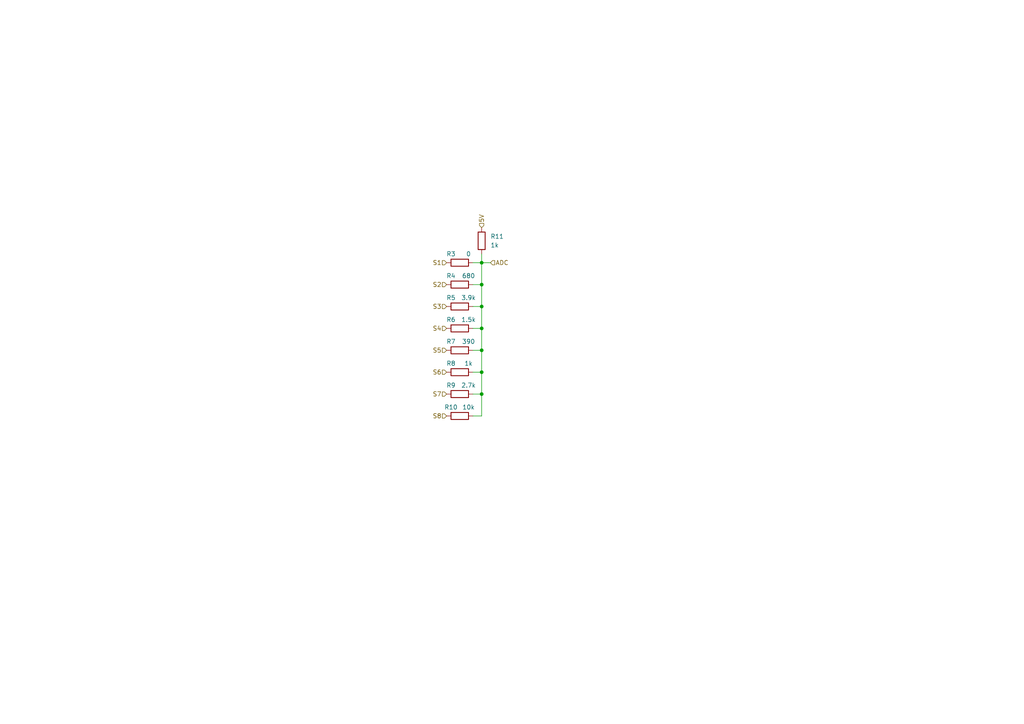
<source format=kicad_sch>
(kicad_sch (version 20231120) (generator "eeschema") (generator_version "8.0")
  (paper "A4")
  (title_block (title "Domoticata wall terminal") (date "2024-07-12") (rev "0.0.1") (company "Davide Scalisi"))
  (lib_symbols
    (symbol "Device:R" (pin_numbers hide) (pin_names (offset 0))
      (property "Reference" "R" (at 2.032 0 90))
      (property "Value" "R" (at 0 0 90))
      (symbol "R_0_1"
        (rectangle (start -1.016 -2.54) (end 1.016 2.54) (stroke (width 0.254)))
      )
      (symbol "R_1_1"
        (pin passive line (at 0 3.81 270) (length 1.27) (name "~") (number "1"))
        (pin passive line (at 0 -3.81 90) (length 1.27) (name "~") (number "2"))
      )
    )
  )
  (junction (at 139.7 107.95))
  (junction (at 139.7 114.3))
  (junction (at 139.7 101.6))
  (junction (at 139.7 76.2))
  (junction (at 139.7 88.9))
  (junction (at 139.7 82.55))
  (junction (at 139.7 95.25))
  (wire (pts (xy 137.16 114.3) (xy 139.7 114.3)))
  (wire (pts (xy 137.16 82.55) (xy 139.7 82.55)))
  (wire (pts (xy 139.7 107.95) (xy 139.7 101.6)))
  (wire (pts (xy 139.7 76.2) (xy 139.7 82.55)))
  (wire (pts (xy 137.16 107.95) (xy 139.7 107.95)))
  (wire (pts (xy 142.24 76.2) (xy 139.7 76.2)))
  (wire (pts (xy 137.16 76.2) (xy 139.7 76.2)))
  (wire (pts (xy 139.7 73.66) (xy 139.7 76.2)))
  (wire (pts (xy 137.16 88.9) (xy 139.7 88.9)))
  (wire (pts (xy 139.7 120.65) (xy 139.7 114.3)))
  (wire (pts (xy 137.16 101.6) (xy 139.7 101.6)))
  (wire (pts (xy 139.7 88.9) (xy 139.7 82.55)))
  (wire (pts (xy 139.7 114.3) (xy 139.7 107.95)))
  (wire (pts (xy 137.16 95.25) (xy 139.7 95.25)))
  (wire (pts (xy 139.7 101.6) (xy 139.7 95.25)))
  (wire (pts (xy 137.16 120.65) (xy 139.7 120.65)))
  (wire (pts (xy 139.7 95.25) (xy 139.7 88.9)))
  (hierarchical_label "ADC" (shape input) (at 142.24 76.2 0))
  (hierarchical_label "S7" (shape input) (at 129.54 114.3 180))
  (hierarchical_label "S4" (shape input) (at 129.54 95.25 180))
  (hierarchical_label "S5" (shape input) (at 129.54 101.6 180))
  (hierarchical_label "S6" (shape input) (at 129.54 107.95 180))
  (hierarchical_label "S3" (shape input) (at 129.54 88.9 180))
  (hierarchical_label "S2" (shape input) (at 129.54 82.55 180))
  (hierarchical_label "5V" (shape input) (at 139.7 66.04 90))
  (hierarchical_label "S8" (shape input) (at 129.54 120.65 180))
  (hierarchical_label "S1" (shape input) (at 129.54 76.2 180))
  (symbol (lib_id "Device:R") (at 139.7 69.85 0) (unit 1)
    (property "Reference" "R11" (at 142.24 68.58 0) (effects (justify left)))
    (property "Value" "1k" (at 142.24 71.1199 0) (effects (justify left)))
    (property "Footprint" "Resistor_THT:R_Axial_DIN0207_L6.3mm_D2.5mm_P2.54mm_Vertical" (effects (hide yes)))
    (property "Description" "Resistor" (effects (hide yes)))
  )
  (symbol (lib_id "Device:R") (at 133.35 95.25 90) (unit 1)
    (property "Reference" "R6" (at 130.81 92.71 90))
    (property "Value" "1.5k" (at 135.89 92.71 90))
    (property "Footprint" "Resistor_THT:R_Axial_DIN0207_L6.3mm_D2.5mm_P2.54mm_Vertical" (effects (hide yes)))
    (property "Description" "Resistor" (effects (hide yes)))
  )
  (symbol (lib_id "Device:R") (at 133.35 101.6 90) (unit 1)
    (property "Reference" "R7" (at 130.81 99.06 90))
    (property "Value" "390" (at 135.89 99.06 90))
    (property "Footprint" "Resistor_THT:R_Axial_DIN0207_L6.3mm_D2.5mm_P2.54mm_Vertical" (effects (hide yes)))
    (property "Description" "Resistor" (effects (hide yes)))
  )
  (symbol (lib_id "Device:R") (at 133.35 82.55 90) (unit 1)
    (property "Reference" "R4" (at 130.81 80.01 90))
    (property "Value" "680" (at 135.89 80.01 90))
    (property "Footprint" "Resistor_THT:R_Axial_DIN0207_L6.3mm_D2.5mm_P2.54mm_Vertical" (effects (hide yes)))
    (property "Description" "Resistor" (effects (hide yes)))
  )
  (symbol (lib_id "Device:R") (at 133.35 88.9 90) (unit 1)
    (property "Reference" "R5" (at 130.81 86.36 90))
    (property "Value" "3.9k" (at 135.89 86.36 90))
    (property "Footprint" "Resistor_THT:R_Axial_DIN0207_L6.3mm_D2.5mm_P2.54mm_Vertical" (effects (hide yes)))
    (property "Description" "Resistor" (effects (hide yes)))
  )
  (symbol (lib_id "Device:R") (at 133.35 114.3 90) (unit 1)
    (property "Reference" "R9" (at 130.81 111.76 90))
    (property "Value" "2.7k" (at 135.89 111.76 90))
    (property "Footprint" "Resistor_THT:R_Axial_DIN0207_L6.3mm_D2.5mm_P2.54mm_Vertical" (effects (hide yes)))
    (property "Description" "Resistor" (effects (hide yes)))
  )
  (symbol (lib_id "Device:R") (at 133.35 120.65 90) (unit 1)
    (property "Reference" "R10" (at 130.81 118.11 90))
    (property "Value" "10k" (at 135.89 118.11 90))
    (property "Footprint" "Resistor_THT:R_Axial_DIN0207_L6.3mm_D2.5mm_P2.54mm_Vertical" (effects (hide yes)))
    (property "Description" "Resistor" (effects (hide yes)))
  )
  (symbol (lib_id "Device:R") (at 133.35 107.95 90) (unit 1)
    (property "Reference" "R8" (at 130.81 105.41 90))
    (property "Value" "1k" (at 135.89 105.41 90))
    (property "Footprint" "Resistor_THT:R_Axial_DIN0207_L6.3mm_D2.5mm_P2.54mm_Vertical" (effects (hide yes)))
    (property "Description" "Resistor" (effects (hide yes)))
  )
  (symbol (lib_id "Device:R") (at 133.35 76.2 90) (unit 1)
    (property "Reference" "R3" (at 130.81 73.66 90))
    (property "Value" "0" (at 135.89 73.66 90))
    (property "Footprint" "Resistor_THT:R_Axial_DIN0207_L6.3mm_D2.5mm_P2.54mm_Vertical" (effects (hide yes)))
    (property "Description" "Resistor" (effects (hide yes)))
  )
)
</source>
